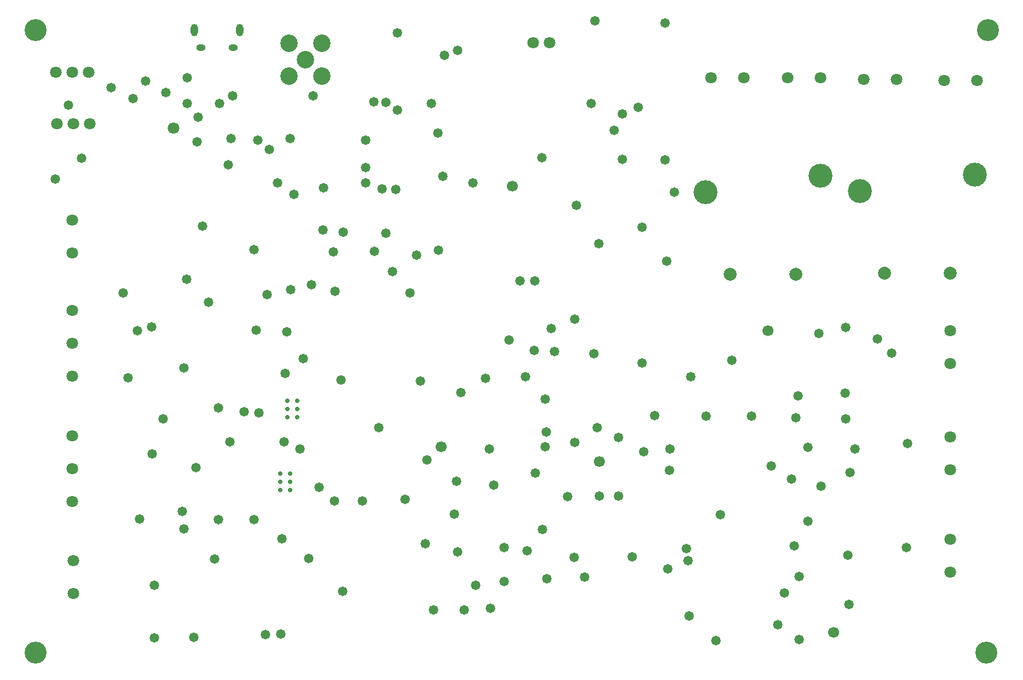
<source format=gbs>
G04*
G04 #@! TF.GenerationSoftware,Altium Limited,Altium Designer,23.7.1 (13)*
G04*
G04 Layer_Color=16711935*
%FSLAX44Y44*%
%MOMM*%
G71*
G04*
G04 #@! TF.SameCoordinates,D80BC081-2A64-476D-8097-51FF93FC0A54*
G04*
G04*
G04 #@! TF.FilePolarity,Negative*
G04*
G01*
G75*
%ADD123C,1.8000*%
%ADD124C,3.4000*%
%ADD125O,1.4532X1.0032*%
%ADD126O,1.1032X1.9032*%
%ADD127C,1.7000*%
%ADD128C,0.7300*%
%ADD129C,2.7000*%
%ADD130C,2.0032*%
%ADD131C,3.7032*%
%ADD132C,1.4732*%
D123*
X1694180Y778510D02*
D03*
Y727710D02*
D03*
Y563880D02*
D03*
Y614680D02*
D03*
Y455930D02*
D03*
Y405130D02*
D03*
X336550Y899160D02*
D03*
Y949960D02*
D03*
X363220Y1098550D02*
D03*
X312420D02*
D03*
X337820D02*
D03*
X1049020Y1224280D02*
D03*
X1074420D02*
D03*
X492760Y1092202D02*
D03*
X1375410Y1169670D02*
D03*
X1324610D02*
D03*
X1493520D02*
D03*
X1442720D02*
D03*
X1611630Y1167130D02*
D03*
X1560830D02*
D03*
X1736090Y1165860D02*
D03*
X1685290D02*
D03*
X336550Y810260D02*
D03*
Y759460D02*
D03*
Y708660D02*
D03*
Y615950D02*
D03*
Y565150D02*
D03*
Y514350D02*
D03*
X337820Y422910D02*
D03*
Y372110D02*
D03*
X336550Y1178560D02*
D03*
X361950D02*
D03*
X311150D02*
D03*
D124*
X1750060Y280670D02*
D03*
X1752600Y1243330D02*
D03*
X279400Y280670D02*
D03*
Y1243330D02*
D03*
D125*
X585230Y1216330D02*
D03*
X535230D02*
D03*
D126*
X525228Y1243330D02*
D03*
X595230D02*
D03*
D127*
X906780Y599440D02*
D03*
X1513840Y312420D02*
D03*
X1412240Y778510D02*
D03*
X1017270Y1002030D02*
D03*
X1151890Y576580D02*
D03*
D128*
X669530Y645360D02*
D03*
X684530D02*
D03*
Y670360D02*
D03*
X669530D02*
D03*
Y657860D02*
D03*
X684530D02*
D03*
X658100Y532530D02*
D03*
X673100D02*
D03*
Y557530D02*
D03*
X658100D02*
D03*
Y545030D02*
D03*
X673100D02*
D03*
D129*
X722630Y1223010D02*
D03*
Y1172210D02*
D03*
X671830D02*
D03*
Y1223010D02*
D03*
X697230Y1197610D02*
D03*
D130*
X1455420Y866140D02*
D03*
X1353820D02*
D03*
X1694180Y867410D02*
D03*
X1592580D02*
D03*
D131*
X1493520Y1018540D02*
D03*
X1315720Y993140D02*
D03*
X1732280Y1019810D02*
D03*
X1554480Y994410D02*
D03*
D132*
X1286510Y441960D02*
D03*
X665480Y712470D02*
D03*
X693420Y735330D02*
D03*
X668020Y777240D02*
D03*
X688340Y595630D02*
D03*
X556260Y425450D02*
D03*
X562610Y486410D02*
D03*
X581660Y1075690D02*
D03*
X584200Y1141730D02*
D03*
X654050Y1007110D02*
D03*
X623570Y1073150D02*
D03*
X708660Y1141730D02*
D03*
X902970Y902970D02*
D03*
X821690Y929640D02*
D03*
X803698Y901758D02*
D03*
X831850Y869950D02*
D03*
X755650Y930910D02*
D03*
X1628140Y604520D02*
D03*
X706547Y850107D02*
D03*
X885190Y579120D02*
D03*
X1253490Y1042670D02*
D03*
X1181100Y523240D02*
D03*
X1151890D02*
D03*
X1102360Y521970D02*
D03*
X538140Y940730D02*
D03*
X740410Y900430D02*
D03*
X514350Y1169670D02*
D03*
X449580Y1164590D02*
D03*
X459200Y784860D02*
D03*
X436880Y778510D02*
D03*
X396240Y1154430D02*
D03*
X481330Y1146810D02*
D03*
X679450Y989330D02*
D03*
X723900Y934720D02*
D03*
X1068070Y673100D02*
D03*
X1386840Y646430D02*
D03*
X1068070Y599440D02*
D03*
X1052830Y558800D02*
D03*
X981710Y595630D02*
D03*
X875030Y701040D02*
D03*
X891540Y1130300D02*
D03*
X901700Y1084580D02*
D03*
X815340Y998220D02*
D03*
X641350Y1059180D02*
D03*
X869190Y895350D02*
D03*
X440690Y487680D02*
D03*
X1460500Y398780D02*
D03*
X1236980Y647700D02*
D03*
X1143000Y742950D02*
D03*
X563880Y1130300D02*
D03*
X975360Y704850D02*
D03*
X909320Y1017270D02*
D03*
X1082040Y746760D02*
D03*
X1181100Y613410D02*
D03*
X956310Y1007110D02*
D03*
X1289050Y422910D02*
D03*
X1112900Y428370D02*
D03*
X577850Y1035050D02*
D03*
X1290320Y337820D02*
D03*
X789940Y1007110D02*
D03*
X836930Y996950D02*
D03*
X937260Y683260D02*
D03*
X932180Y436880D02*
D03*
X1202830Y429120D02*
D03*
X1063370Y471550D02*
D03*
X476980Y642620D02*
D03*
X580530Y606920D02*
D03*
X463550Y303530D02*
D03*
Y384810D02*
D03*
X839470Y1120140D02*
D03*
X821690Y1131570D02*
D03*
X839470Y1239520D02*
D03*
X1174750Y1088390D02*
D03*
X1139190Y1130300D02*
D03*
X1211580Y1123950D02*
D03*
X932690Y1212340D02*
D03*
X912020Y1205070D02*
D03*
X1217930Y728980D02*
D03*
X1292860Y707390D02*
D03*
X1536560Y431660D02*
D03*
X1459230Y678180D02*
D03*
X1490980Y774700D02*
D03*
X1604010Y744220D02*
D03*
X1581660Y766320D02*
D03*
X1532890Y783590D02*
D03*
X895350Y346710D02*
D03*
X882650Y449580D02*
D03*
X960120Y384810D02*
D03*
X1040130Y438150D02*
D03*
X527940Y566800D02*
D03*
X601980Y653320D02*
D03*
X562610Y659130D02*
D03*
X624840Y651510D02*
D03*
X664350Y606920D02*
D03*
X1051560Y855980D02*
D03*
X1113790Y796290D02*
D03*
X1037590Y707390D02*
D03*
X1051331Y748030D02*
D03*
X751980Y702310D02*
D03*
X459990Y588260D02*
D03*
X509270Y721360D02*
D03*
X803090Y1132390D02*
D03*
X789940Y1073150D02*
D03*
X790526Y1031240D02*
D03*
X673100Y1075690D02*
D03*
X530860Y1108710D02*
D03*
X529589Y1070998D02*
D03*
X430530Y1137920D02*
D03*
X350520Y1045210D02*
D03*
X310021Y1013460D02*
D03*
X330200Y1127760D02*
D03*
X637540Y834390D02*
D03*
X621030Y779780D02*
D03*
X725170Y999490D02*
D03*
X1076960Y782320D02*
D03*
X1012190Y764540D02*
D03*
X1028700Y855980D02*
D03*
X547370Y822960D02*
D03*
X810260Y628650D02*
D03*
X660400Y457200D02*
D03*
X506730Y499110D02*
D03*
X509270Y472440D02*
D03*
X617220Y486410D02*
D03*
X702310Y426720D02*
D03*
X674370Y842010D02*
D03*
X742879Y839530D02*
D03*
X858520Y836930D02*
D03*
X514350Y1130300D02*
D03*
X422910Y706120D02*
D03*
X415290Y836930D02*
D03*
X513080Y858140D02*
D03*
X617220Y904240D02*
D03*
X1531620Y681990D02*
D03*
X1546860Y595630D02*
D03*
X1494790Y538480D02*
D03*
X1452880Y446090D02*
D03*
X1474595Y598295D02*
D03*
X1474470Y483870D02*
D03*
X1626870Y443230D02*
D03*
X1537970Y355600D02*
D03*
X1437640Y373380D02*
D03*
X1332230Y299720D02*
D03*
X1261110Y595630D02*
D03*
X1338580Y494030D02*
D03*
X1259840Y562610D02*
D03*
X1220470Y591820D02*
D03*
X1187444Y1113790D02*
D03*
X1187450Y1043940D02*
D03*
X1267460Y993140D02*
D03*
X1217930Y938530D02*
D03*
X1150620Y913130D02*
D03*
X1256030Y886460D02*
D03*
X1417320Y569860D02*
D03*
X1449070Y549540D02*
D03*
X1356360Y732790D02*
D03*
X1148080Y628650D02*
D03*
X1113790Y605790D02*
D03*
X1069340Y622300D02*
D03*
X930910Y546100D02*
D03*
X988060Y539750D02*
D03*
X927100Y495300D02*
D03*
X1539240Y559680D02*
D03*
X1532890Y642620D02*
D03*
X1455420Y643890D02*
D03*
X1316990Y646430D02*
D03*
X850900Y518160D02*
D03*
X784860Y515620D02*
D03*
X741680Y515620D02*
D03*
X659130Y309880D02*
D03*
X635000Y308610D02*
D03*
X524510Y304800D02*
D03*
X754380Y375920D02*
D03*
X942340Y346710D02*
D03*
X1004570Y443230D02*
D03*
X1257300Y410210D02*
D03*
X1427410Y323780D02*
D03*
X1460500Y300990D02*
D03*
X718620Y536480D02*
D03*
X1253410Y1254760D02*
D03*
X1144865Y1257895D02*
D03*
X1062990Y1046480D02*
D03*
X1116330Y972820D02*
D03*
X983513Y349250D02*
D03*
X1129030Y397510D02*
D03*
X1070610Y394970D02*
D03*
X1004570Y391160D02*
D03*
M02*

</source>
